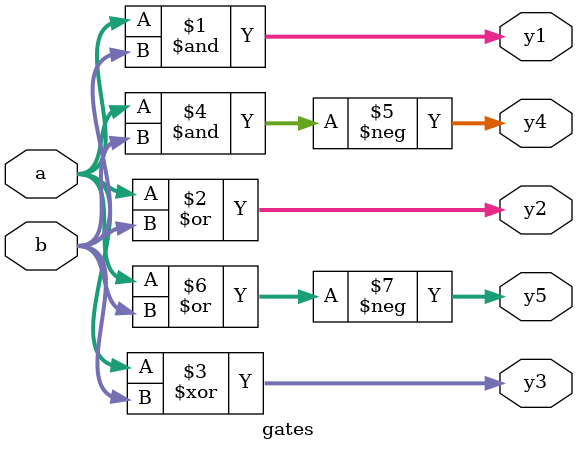
<source format=sv>
module gates #(parameter WIDTH=4)(a, b, y1, y2, y3, y4, y5);
	input [WIDTH - 1:0] a, b;
	output logic [WIDTH:0] y1, y2, y3, y4, y5;
	
	assign y1 = a & b; //and
	assign y2 = a | b; //or
	assign y3 = a ^ b; //xor
	assign y4 = -(a & b); //nand
	assign y5 = -(a | b); //nor
	
endmodule : gates

//output reg ou output logic - preferencialmente o logic
</source>
